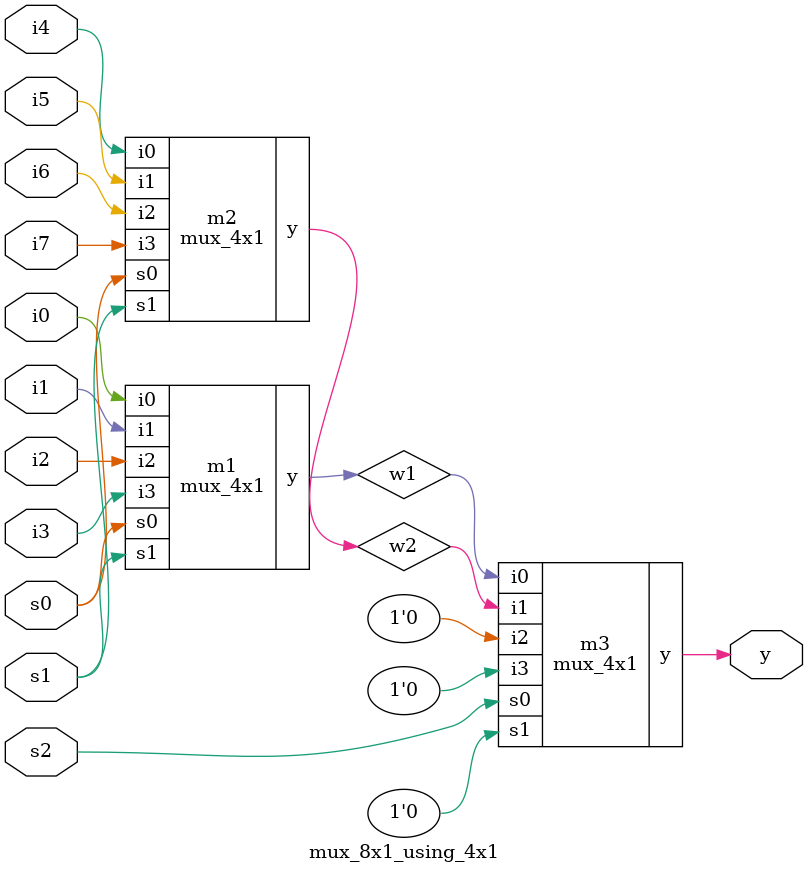
<source format=v>

module mux_4x1(i0,i1,i2,i3,s0,s1,y);
	input i0,i1,i2,i3,s0,s1;
	output y;
	assign y = (s1==0)?((s0==0)?i0:i1):((s0==0)?i2:i3);
endmodule

module mux_8x1_using_4x1(i0,i1,i2,i3,i4,i5,i6,i7,s0,s1,s2,y);
	input i0,i1,i2,i3,i4,i5,i6,i7,s0,s1,s2;
	output y;
	wire w1,w2;

	mux_4x1 m1(i0,i1,i2,i3,s0,s1,w1);
	mux_4x1 m2(i4,i5,i6,i7,s0,s1,w2);
	mux_4x1 m3(w1,w2,1'b0,1'b0,s2,1'b0,y);
endmodule


</source>
